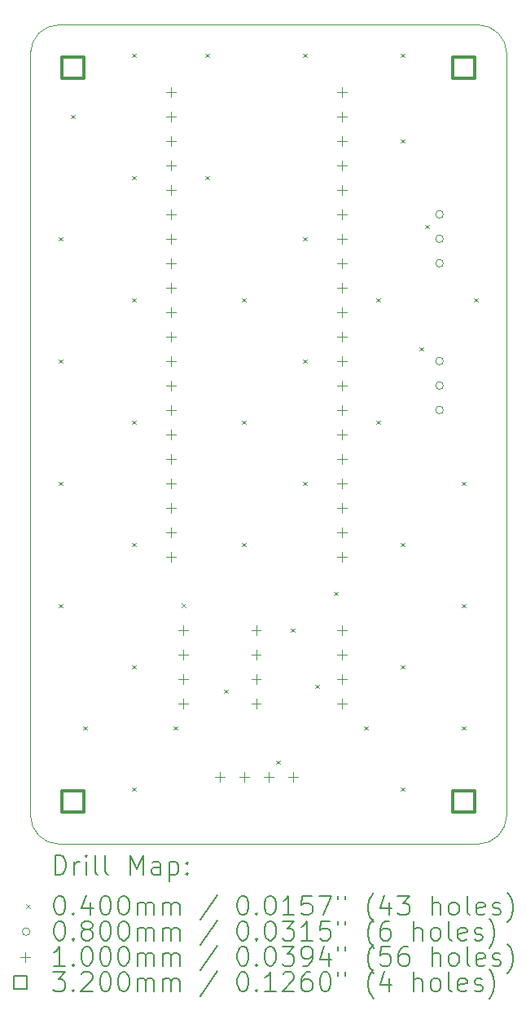
<source format=gbr>
%TF.GenerationSoftware,KiCad,Pcbnew,7.0.9*%
%TF.CreationDate,2023-12-19T03:36:11+09:00*%
%TF.ProjectId,WETHAP_PCB,57455448-4150-45f5-9043-422e6b696361,rev?*%
%TF.SameCoordinates,PX6d9c4d8PY8977a68*%
%TF.FileFunction,Drillmap*%
%TF.FilePolarity,Positive*%
%FSLAX45Y45*%
G04 Gerber Fmt 4.5, Leading zero omitted, Abs format (unit mm)*
G04 Created by KiCad (PCBNEW 7.0.9) date 2023-12-19 03:36:11*
%MOMM*%
%LPD*%
G01*
G04 APERTURE LIST*
%ADD10C,0.100000*%
%ADD11C,0.200000*%
%ADD12C,0.320000*%
G04 APERTURE END LIST*
D10*
X4953000Y8209000D02*
X4953000Y300000D01*
X0Y300000D02*
X0Y8209000D01*
X0Y300000D02*
G75*
G03*
X300000Y0I300000J0D01*
G01*
X300000Y8509000D02*
X4653000Y8509000D01*
X4653000Y0D02*
X300000Y0D01*
X4653000Y0D02*
G75*
G03*
X4953000Y300000I0J300000D01*
G01*
X4953000Y8209000D02*
G75*
G03*
X4653000Y8509000I-300000J0D01*
G01*
X300000Y8509000D02*
G75*
G03*
X0Y8209000I0J-300000D01*
G01*
D11*
D10*
X297500Y6306500D02*
X337500Y6266500D01*
X337500Y6306500D02*
X297500Y6266500D01*
X297500Y5036500D02*
X337500Y4996500D01*
X337500Y5036500D02*
X297500Y4996500D01*
X297500Y3766500D02*
X337500Y3726500D01*
X337500Y3766500D02*
X297500Y3726500D01*
X297500Y2496500D02*
X337500Y2456500D01*
X337500Y2496500D02*
X297500Y2456500D01*
X424500Y7576500D02*
X464500Y7536500D01*
X464500Y7576500D02*
X424500Y7536500D01*
X551500Y1226500D02*
X591500Y1186500D01*
X591500Y1226500D02*
X551500Y1186500D01*
X1059500Y8211500D02*
X1099500Y8171500D01*
X1099500Y8211500D02*
X1059500Y8171500D01*
X1059500Y6941500D02*
X1099500Y6901500D01*
X1099500Y6941500D02*
X1059500Y6901500D01*
X1059500Y5671500D02*
X1099500Y5631500D01*
X1099500Y5671500D02*
X1059500Y5631500D01*
X1059500Y4401500D02*
X1099500Y4361500D01*
X1099500Y4401500D02*
X1059500Y4361500D01*
X1059500Y3131500D02*
X1099500Y3091500D01*
X1099500Y3131500D02*
X1059500Y3091500D01*
X1059500Y1861500D02*
X1099500Y1821500D01*
X1099500Y1861500D02*
X1059500Y1821500D01*
X1059500Y591500D02*
X1099500Y551500D01*
X1099500Y591500D02*
X1059500Y551500D01*
X1491300Y1226500D02*
X1531300Y1186500D01*
X1531300Y1226500D02*
X1491300Y1186500D01*
X1573500Y2499500D02*
X1613500Y2459500D01*
X1613500Y2499500D02*
X1573500Y2459500D01*
X1821500Y8211500D02*
X1861500Y8171500D01*
X1861500Y8211500D02*
X1821500Y8171500D01*
X1821500Y6941500D02*
X1861500Y6901500D01*
X1861500Y6941500D02*
X1821500Y6901500D01*
X2012000Y1607500D02*
X2052000Y1567500D01*
X2052000Y1607500D02*
X2012000Y1567500D01*
X2202500Y5671500D02*
X2242500Y5631500D01*
X2242500Y5671500D02*
X2202500Y5631500D01*
X2202500Y4401500D02*
X2242500Y4361500D01*
X2242500Y4401500D02*
X2202500Y4361500D01*
X2202500Y3131500D02*
X2242500Y3091500D01*
X2242500Y3131500D02*
X2202500Y3091500D01*
X2558100Y870900D02*
X2598100Y830900D01*
X2598100Y870900D02*
X2558100Y830900D01*
X2710500Y2242500D02*
X2750500Y2202500D01*
X2750500Y2242500D02*
X2710500Y2202500D01*
X2837500Y8211500D02*
X2877500Y8171500D01*
X2877500Y8211500D02*
X2837500Y8171500D01*
X2837500Y6306500D02*
X2877500Y6266500D01*
X2877500Y6306500D02*
X2837500Y6266500D01*
X2837500Y5036500D02*
X2877500Y4996500D01*
X2877500Y5036500D02*
X2837500Y4996500D01*
X2837500Y3766500D02*
X2877500Y3726500D01*
X2877500Y3766500D02*
X2837500Y3726500D01*
X2964500Y1658300D02*
X3004500Y1618300D01*
X3004500Y1658300D02*
X2964500Y1618300D01*
X3155000Y2623500D02*
X3195000Y2583500D01*
X3195000Y2623500D02*
X3155000Y2583500D01*
X3472500Y1226500D02*
X3512500Y1186500D01*
X3512500Y1226500D02*
X3472500Y1186500D01*
X3599500Y5671500D02*
X3639500Y5631500D01*
X3639500Y5671500D02*
X3599500Y5631500D01*
X3599500Y4401500D02*
X3639500Y4361500D01*
X3639500Y4401500D02*
X3599500Y4361500D01*
X3853500Y8211500D02*
X3893500Y8171500D01*
X3893500Y8211500D02*
X3853500Y8171500D01*
X3853500Y7322500D02*
X3893500Y7282500D01*
X3893500Y7322500D02*
X3853500Y7282500D01*
X3853500Y3131500D02*
X3893500Y3091500D01*
X3893500Y3131500D02*
X3853500Y3091500D01*
X3853500Y1861500D02*
X3893500Y1821500D01*
X3893500Y1861500D02*
X3853500Y1821500D01*
X3853500Y591500D02*
X3893500Y551500D01*
X3893500Y591500D02*
X3853500Y551500D01*
X4044000Y5163500D02*
X4084000Y5123500D01*
X4084000Y5163500D02*
X4044000Y5123500D01*
X4107500Y6433500D02*
X4147500Y6393500D01*
X4147500Y6433500D02*
X4107500Y6393500D01*
X4488500Y3766500D02*
X4528500Y3726500D01*
X4528500Y3766500D02*
X4488500Y3726500D01*
X4488500Y2496500D02*
X4528500Y2456500D01*
X4528500Y2496500D02*
X4488500Y2456500D01*
X4488500Y1226500D02*
X4528500Y1186500D01*
X4528500Y1226500D02*
X4488500Y1186500D01*
X4615500Y5671500D02*
X4655500Y5631500D01*
X4655500Y5671500D02*
X4615500Y5631500D01*
X4294500Y6540500D02*
G75*
G03*
X4294500Y6540500I-40000J0D01*
G01*
X4294500Y6286500D02*
G75*
G03*
X4294500Y6286500I-40000J0D01*
G01*
X4294500Y6032500D02*
G75*
G03*
X4294500Y6032500I-40000J0D01*
G01*
X4294500Y5016500D02*
G75*
G03*
X4294500Y5016500I-40000J0D01*
G01*
X4294500Y4762500D02*
G75*
G03*
X4294500Y4762500I-40000J0D01*
G01*
X4294500Y4508500D02*
G75*
G03*
X4294500Y4508500I-40000J0D01*
G01*
X1460500Y7860500D02*
X1460500Y7760500D01*
X1410500Y7810500D02*
X1510500Y7810500D01*
X1460500Y7606500D02*
X1460500Y7506500D01*
X1410500Y7556500D02*
X1510500Y7556500D01*
X1460500Y7352500D02*
X1460500Y7252500D01*
X1410500Y7302500D02*
X1510500Y7302500D01*
X1460500Y7098500D02*
X1460500Y6998500D01*
X1410500Y7048500D02*
X1510500Y7048500D01*
X1460500Y6844500D02*
X1460500Y6744500D01*
X1410500Y6794500D02*
X1510500Y6794500D01*
X1460500Y6590500D02*
X1460500Y6490500D01*
X1410500Y6540500D02*
X1510500Y6540500D01*
X1460500Y6336500D02*
X1460500Y6236500D01*
X1410500Y6286500D02*
X1510500Y6286500D01*
X1460500Y6082500D02*
X1460500Y5982500D01*
X1410500Y6032500D02*
X1510500Y6032500D01*
X1460500Y5828500D02*
X1460500Y5728500D01*
X1410500Y5778500D02*
X1510500Y5778500D01*
X1460500Y5574500D02*
X1460500Y5474500D01*
X1410500Y5524500D02*
X1510500Y5524500D01*
X1460500Y5320500D02*
X1460500Y5220500D01*
X1410500Y5270500D02*
X1510500Y5270500D01*
X1460500Y5066500D02*
X1460500Y4966500D01*
X1410500Y5016500D02*
X1510500Y5016500D01*
X1460500Y4812500D02*
X1460500Y4712500D01*
X1410500Y4762500D02*
X1510500Y4762500D01*
X1460500Y4558500D02*
X1460500Y4458500D01*
X1410500Y4508500D02*
X1510500Y4508500D01*
X1460500Y4304500D02*
X1460500Y4204500D01*
X1410500Y4254500D02*
X1510500Y4254500D01*
X1460500Y4050500D02*
X1460500Y3950500D01*
X1410500Y4000500D02*
X1510500Y4000500D01*
X1460500Y3796500D02*
X1460500Y3696500D01*
X1410500Y3746500D02*
X1510500Y3746500D01*
X1460500Y3542500D02*
X1460500Y3442500D01*
X1410500Y3492500D02*
X1510500Y3492500D01*
X1460500Y3288500D02*
X1460500Y3188500D01*
X1410500Y3238500D02*
X1510500Y3238500D01*
X1460500Y3034500D02*
X1460500Y2934500D01*
X1410500Y2984500D02*
X1510500Y2984500D01*
X1587500Y2272500D02*
X1587500Y2172500D01*
X1537500Y2222500D02*
X1637500Y2222500D01*
X1587500Y2018500D02*
X1587500Y1918500D01*
X1537500Y1968500D02*
X1637500Y1968500D01*
X1587500Y1764500D02*
X1587500Y1664500D01*
X1537500Y1714500D02*
X1637500Y1714500D01*
X1587500Y1510500D02*
X1587500Y1410500D01*
X1537500Y1460500D02*
X1637500Y1460500D01*
X1968500Y748500D02*
X1968500Y648500D01*
X1918500Y698500D02*
X2018500Y698500D01*
X2222500Y748500D02*
X2222500Y648500D01*
X2172500Y698500D02*
X2272500Y698500D01*
X2347000Y2273500D02*
X2347000Y2173500D01*
X2297000Y2223500D02*
X2397000Y2223500D01*
X2347000Y2019500D02*
X2347000Y1919500D01*
X2297000Y1969500D02*
X2397000Y1969500D01*
X2347000Y1765500D02*
X2347000Y1665500D01*
X2297000Y1715500D02*
X2397000Y1715500D01*
X2347000Y1511500D02*
X2347000Y1411500D01*
X2297000Y1461500D02*
X2397000Y1461500D01*
X2476500Y748500D02*
X2476500Y648500D01*
X2426500Y698500D02*
X2526500Y698500D01*
X2730500Y748500D02*
X2730500Y648500D01*
X2680500Y698500D02*
X2780500Y698500D01*
X3238500Y7860500D02*
X3238500Y7760500D01*
X3188500Y7810500D02*
X3288500Y7810500D01*
X3238500Y7606500D02*
X3238500Y7506500D01*
X3188500Y7556500D02*
X3288500Y7556500D01*
X3238500Y7352500D02*
X3238500Y7252500D01*
X3188500Y7302500D02*
X3288500Y7302500D01*
X3238500Y7098500D02*
X3238500Y6998500D01*
X3188500Y7048500D02*
X3288500Y7048500D01*
X3238500Y6844500D02*
X3238500Y6744500D01*
X3188500Y6794500D02*
X3288500Y6794500D01*
X3238500Y6590500D02*
X3238500Y6490500D01*
X3188500Y6540500D02*
X3288500Y6540500D01*
X3238500Y6336500D02*
X3238500Y6236500D01*
X3188500Y6286500D02*
X3288500Y6286500D01*
X3238500Y6082500D02*
X3238500Y5982500D01*
X3188500Y6032500D02*
X3288500Y6032500D01*
X3238500Y5828500D02*
X3238500Y5728500D01*
X3188500Y5778500D02*
X3288500Y5778500D01*
X3238500Y5574500D02*
X3238500Y5474500D01*
X3188500Y5524500D02*
X3288500Y5524500D01*
X3238500Y5320500D02*
X3238500Y5220500D01*
X3188500Y5270500D02*
X3288500Y5270500D01*
X3238500Y5066500D02*
X3238500Y4966500D01*
X3188500Y5016500D02*
X3288500Y5016500D01*
X3238500Y4812500D02*
X3238500Y4712500D01*
X3188500Y4762500D02*
X3288500Y4762500D01*
X3238500Y4558500D02*
X3238500Y4458500D01*
X3188500Y4508500D02*
X3288500Y4508500D01*
X3238500Y4304500D02*
X3238500Y4204500D01*
X3188500Y4254500D02*
X3288500Y4254500D01*
X3238500Y4050500D02*
X3238500Y3950500D01*
X3188500Y4000500D02*
X3288500Y4000500D01*
X3238500Y3796500D02*
X3238500Y3696500D01*
X3188500Y3746500D02*
X3288500Y3746500D01*
X3238500Y3542500D02*
X3238500Y3442500D01*
X3188500Y3492500D02*
X3288500Y3492500D01*
X3238500Y3288500D02*
X3238500Y3188500D01*
X3188500Y3238500D02*
X3288500Y3238500D01*
X3238500Y3034500D02*
X3238500Y2934500D01*
X3188500Y2984500D02*
X3288500Y2984500D01*
X3238500Y2272500D02*
X3238500Y2172500D01*
X3188500Y2222500D02*
X3288500Y2222500D01*
X3238500Y2018500D02*
X3238500Y1918500D01*
X3188500Y1968500D02*
X3288500Y1968500D01*
X3238500Y1764500D02*
X3238500Y1664500D01*
X3188500Y1714500D02*
X3288500Y1714500D01*
X3238500Y1510500D02*
X3238500Y1410500D01*
X3188500Y1460500D02*
X3288500Y1460500D01*
D12*
X557638Y7951362D02*
X557638Y8177638D01*
X331362Y8177638D01*
X331362Y7951362D01*
X557638Y7951362D01*
X557638Y331362D02*
X557638Y557638D01*
X331362Y557638D01*
X331362Y331362D01*
X557638Y331362D01*
X4621638Y7951362D02*
X4621638Y8177638D01*
X4395362Y8177638D01*
X4395362Y7951362D01*
X4621638Y7951362D01*
X4621638Y331362D02*
X4621638Y557638D01*
X4395362Y557638D01*
X4395362Y331362D01*
X4621638Y331362D01*
D11*
X255777Y-316484D02*
X255777Y-116484D01*
X255777Y-116484D02*
X303396Y-116484D01*
X303396Y-116484D02*
X331967Y-126008D01*
X331967Y-126008D02*
X351015Y-145055D01*
X351015Y-145055D02*
X360539Y-164103D01*
X360539Y-164103D02*
X370062Y-202198D01*
X370062Y-202198D02*
X370062Y-230769D01*
X370062Y-230769D02*
X360539Y-268865D01*
X360539Y-268865D02*
X351015Y-287912D01*
X351015Y-287912D02*
X331967Y-306960D01*
X331967Y-306960D02*
X303396Y-316484D01*
X303396Y-316484D02*
X255777Y-316484D01*
X455777Y-316484D02*
X455777Y-183150D01*
X455777Y-221246D02*
X465301Y-202198D01*
X465301Y-202198D02*
X474824Y-192674D01*
X474824Y-192674D02*
X493872Y-183150D01*
X493872Y-183150D02*
X512920Y-183150D01*
X579586Y-316484D02*
X579586Y-183150D01*
X579586Y-116484D02*
X570063Y-126008D01*
X570063Y-126008D02*
X579586Y-135531D01*
X579586Y-135531D02*
X589110Y-126008D01*
X589110Y-126008D02*
X579586Y-116484D01*
X579586Y-116484D02*
X579586Y-135531D01*
X703396Y-316484D02*
X684348Y-306960D01*
X684348Y-306960D02*
X674824Y-287912D01*
X674824Y-287912D02*
X674824Y-116484D01*
X808158Y-316484D02*
X789110Y-306960D01*
X789110Y-306960D02*
X779586Y-287912D01*
X779586Y-287912D02*
X779586Y-116484D01*
X1036729Y-316484D02*
X1036729Y-116484D01*
X1036729Y-116484D02*
X1103396Y-259341D01*
X1103396Y-259341D02*
X1170063Y-116484D01*
X1170063Y-116484D02*
X1170063Y-316484D01*
X1351015Y-316484D02*
X1351015Y-211722D01*
X1351015Y-211722D02*
X1341491Y-192674D01*
X1341491Y-192674D02*
X1322444Y-183150D01*
X1322444Y-183150D02*
X1284348Y-183150D01*
X1284348Y-183150D02*
X1265301Y-192674D01*
X1351015Y-306960D02*
X1331967Y-316484D01*
X1331967Y-316484D02*
X1284348Y-316484D01*
X1284348Y-316484D02*
X1265301Y-306960D01*
X1265301Y-306960D02*
X1255777Y-287912D01*
X1255777Y-287912D02*
X1255777Y-268865D01*
X1255777Y-268865D02*
X1265301Y-249817D01*
X1265301Y-249817D02*
X1284348Y-240293D01*
X1284348Y-240293D02*
X1331967Y-240293D01*
X1331967Y-240293D02*
X1351015Y-230769D01*
X1446253Y-183150D02*
X1446253Y-383150D01*
X1446253Y-192674D02*
X1465301Y-183150D01*
X1465301Y-183150D02*
X1503396Y-183150D01*
X1503396Y-183150D02*
X1522443Y-192674D01*
X1522443Y-192674D02*
X1531967Y-202198D01*
X1531967Y-202198D02*
X1541491Y-221246D01*
X1541491Y-221246D02*
X1541491Y-278389D01*
X1541491Y-278389D02*
X1531967Y-297436D01*
X1531967Y-297436D02*
X1522443Y-306960D01*
X1522443Y-306960D02*
X1503396Y-316484D01*
X1503396Y-316484D02*
X1465301Y-316484D01*
X1465301Y-316484D02*
X1446253Y-306960D01*
X1627205Y-297436D02*
X1636729Y-306960D01*
X1636729Y-306960D02*
X1627205Y-316484D01*
X1627205Y-316484D02*
X1617682Y-306960D01*
X1617682Y-306960D02*
X1627205Y-297436D01*
X1627205Y-297436D02*
X1627205Y-316484D01*
X1627205Y-192674D02*
X1636729Y-202198D01*
X1636729Y-202198D02*
X1627205Y-211722D01*
X1627205Y-211722D02*
X1617682Y-202198D01*
X1617682Y-202198D02*
X1627205Y-192674D01*
X1627205Y-192674D02*
X1627205Y-211722D01*
D10*
X-45000Y-625000D02*
X-5000Y-665000D01*
X-5000Y-625000D02*
X-45000Y-665000D01*
D11*
X293872Y-536484D02*
X312920Y-536484D01*
X312920Y-536484D02*
X331967Y-546008D01*
X331967Y-546008D02*
X341491Y-555531D01*
X341491Y-555531D02*
X351015Y-574579D01*
X351015Y-574579D02*
X360539Y-612674D01*
X360539Y-612674D02*
X360539Y-660293D01*
X360539Y-660293D02*
X351015Y-698389D01*
X351015Y-698389D02*
X341491Y-717436D01*
X341491Y-717436D02*
X331967Y-726960D01*
X331967Y-726960D02*
X312920Y-736484D01*
X312920Y-736484D02*
X293872Y-736484D01*
X293872Y-736484D02*
X274824Y-726960D01*
X274824Y-726960D02*
X265301Y-717436D01*
X265301Y-717436D02*
X255777Y-698389D01*
X255777Y-698389D02*
X246253Y-660293D01*
X246253Y-660293D02*
X246253Y-612674D01*
X246253Y-612674D02*
X255777Y-574579D01*
X255777Y-574579D02*
X265301Y-555531D01*
X265301Y-555531D02*
X274824Y-546008D01*
X274824Y-546008D02*
X293872Y-536484D01*
X446253Y-717436D02*
X455777Y-726960D01*
X455777Y-726960D02*
X446253Y-736484D01*
X446253Y-736484D02*
X436729Y-726960D01*
X436729Y-726960D02*
X446253Y-717436D01*
X446253Y-717436D02*
X446253Y-736484D01*
X627205Y-603150D02*
X627205Y-736484D01*
X579586Y-526960D02*
X531967Y-669817D01*
X531967Y-669817D02*
X655777Y-669817D01*
X770062Y-536484D02*
X789110Y-536484D01*
X789110Y-536484D02*
X808158Y-546008D01*
X808158Y-546008D02*
X817682Y-555531D01*
X817682Y-555531D02*
X827205Y-574579D01*
X827205Y-574579D02*
X836729Y-612674D01*
X836729Y-612674D02*
X836729Y-660293D01*
X836729Y-660293D02*
X827205Y-698389D01*
X827205Y-698389D02*
X817682Y-717436D01*
X817682Y-717436D02*
X808158Y-726960D01*
X808158Y-726960D02*
X789110Y-736484D01*
X789110Y-736484D02*
X770062Y-736484D01*
X770062Y-736484D02*
X751015Y-726960D01*
X751015Y-726960D02*
X741491Y-717436D01*
X741491Y-717436D02*
X731967Y-698389D01*
X731967Y-698389D02*
X722443Y-660293D01*
X722443Y-660293D02*
X722443Y-612674D01*
X722443Y-612674D02*
X731967Y-574579D01*
X731967Y-574579D02*
X741491Y-555531D01*
X741491Y-555531D02*
X751015Y-546008D01*
X751015Y-546008D02*
X770062Y-536484D01*
X960539Y-536484D02*
X979586Y-536484D01*
X979586Y-536484D02*
X998634Y-546008D01*
X998634Y-546008D02*
X1008158Y-555531D01*
X1008158Y-555531D02*
X1017682Y-574579D01*
X1017682Y-574579D02*
X1027205Y-612674D01*
X1027205Y-612674D02*
X1027205Y-660293D01*
X1027205Y-660293D02*
X1017682Y-698389D01*
X1017682Y-698389D02*
X1008158Y-717436D01*
X1008158Y-717436D02*
X998634Y-726960D01*
X998634Y-726960D02*
X979586Y-736484D01*
X979586Y-736484D02*
X960539Y-736484D01*
X960539Y-736484D02*
X941491Y-726960D01*
X941491Y-726960D02*
X931967Y-717436D01*
X931967Y-717436D02*
X922443Y-698389D01*
X922443Y-698389D02*
X912920Y-660293D01*
X912920Y-660293D02*
X912920Y-612674D01*
X912920Y-612674D02*
X922443Y-574579D01*
X922443Y-574579D02*
X931967Y-555531D01*
X931967Y-555531D02*
X941491Y-546008D01*
X941491Y-546008D02*
X960539Y-536484D01*
X1112920Y-736484D02*
X1112920Y-603150D01*
X1112920Y-622198D02*
X1122444Y-612674D01*
X1122444Y-612674D02*
X1141491Y-603150D01*
X1141491Y-603150D02*
X1170063Y-603150D01*
X1170063Y-603150D02*
X1189110Y-612674D01*
X1189110Y-612674D02*
X1198634Y-631722D01*
X1198634Y-631722D02*
X1198634Y-736484D01*
X1198634Y-631722D02*
X1208158Y-612674D01*
X1208158Y-612674D02*
X1227205Y-603150D01*
X1227205Y-603150D02*
X1255777Y-603150D01*
X1255777Y-603150D02*
X1274825Y-612674D01*
X1274825Y-612674D02*
X1284348Y-631722D01*
X1284348Y-631722D02*
X1284348Y-736484D01*
X1379586Y-736484D02*
X1379586Y-603150D01*
X1379586Y-622198D02*
X1389110Y-612674D01*
X1389110Y-612674D02*
X1408158Y-603150D01*
X1408158Y-603150D02*
X1436729Y-603150D01*
X1436729Y-603150D02*
X1455777Y-612674D01*
X1455777Y-612674D02*
X1465301Y-631722D01*
X1465301Y-631722D02*
X1465301Y-736484D01*
X1465301Y-631722D02*
X1474824Y-612674D01*
X1474824Y-612674D02*
X1493872Y-603150D01*
X1493872Y-603150D02*
X1522443Y-603150D01*
X1522443Y-603150D02*
X1541491Y-612674D01*
X1541491Y-612674D02*
X1551015Y-631722D01*
X1551015Y-631722D02*
X1551015Y-736484D01*
X1941491Y-526960D02*
X1770063Y-784103D01*
X2198634Y-536484D02*
X2217682Y-536484D01*
X2217682Y-536484D02*
X2236729Y-546008D01*
X2236729Y-546008D02*
X2246253Y-555531D01*
X2246253Y-555531D02*
X2255777Y-574579D01*
X2255777Y-574579D02*
X2265301Y-612674D01*
X2265301Y-612674D02*
X2265301Y-660293D01*
X2265301Y-660293D02*
X2255777Y-698389D01*
X2255777Y-698389D02*
X2246253Y-717436D01*
X2246253Y-717436D02*
X2236729Y-726960D01*
X2236729Y-726960D02*
X2217682Y-736484D01*
X2217682Y-736484D02*
X2198634Y-736484D01*
X2198634Y-736484D02*
X2179587Y-726960D01*
X2179587Y-726960D02*
X2170063Y-717436D01*
X2170063Y-717436D02*
X2160539Y-698389D01*
X2160539Y-698389D02*
X2151015Y-660293D01*
X2151015Y-660293D02*
X2151015Y-612674D01*
X2151015Y-612674D02*
X2160539Y-574579D01*
X2160539Y-574579D02*
X2170063Y-555531D01*
X2170063Y-555531D02*
X2179587Y-546008D01*
X2179587Y-546008D02*
X2198634Y-536484D01*
X2351015Y-717436D02*
X2360539Y-726960D01*
X2360539Y-726960D02*
X2351015Y-736484D01*
X2351015Y-736484D02*
X2341491Y-726960D01*
X2341491Y-726960D02*
X2351015Y-717436D01*
X2351015Y-717436D02*
X2351015Y-736484D01*
X2484348Y-536484D02*
X2503396Y-536484D01*
X2503396Y-536484D02*
X2522444Y-546008D01*
X2522444Y-546008D02*
X2531968Y-555531D01*
X2531968Y-555531D02*
X2541491Y-574579D01*
X2541491Y-574579D02*
X2551015Y-612674D01*
X2551015Y-612674D02*
X2551015Y-660293D01*
X2551015Y-660293D02*
X2541491Y-698389D01*
X2541491Y-698389D02*
X2531968Y-717436D01*
X2531968Y-717436D02*
X2522444Y-726960D01*
X2522444Y-726960D02*
X2503396Y-736484D01*
X2503396Y-736484D02*
X2484348Y-736484D01*
X2484348Y-736484D02*
X2465301Y-726960D01*
X2465301Y-726960D02*
X2455777Y-717436D01*
X2455777Y-717436D02*
X2446253Y-698389D01*
X2446253Y-698389D02*
X2436729Y-660293D01*
X2436729Y-660293D02*
X2436729Y-612674D01*
X2436729Y-612674D02*
X2446253Y-574579D01*
X2446253Y-574579D02*
X2455777Y-555531D01*
X2455777Y-555531D02*
X2465301Y-546008D01*
X2465301Y-546008D02*
X2484348Y-536484D01*
X2741491Y-736484D02*
X2627206Y-736484D01*
X2684348Y-736484D02*
X2684348Y-536484D01*
X2684348Y-536484D02*
X2665301Y-565055D01*
X2665301Y-565055D02*
X2646253Y-584103D01*
X2646253Y-584103D02*
X2627206Y-593627D01*
X2922444Y-536484D02*
X2827206Y-536484D01*
X2827206Y-536484D02*
X2817682Y-631722D01*
X2817682Y-631722D02*
X2827206Y-622198D01*
X2827206Y-622198D02*
X2846253Y-612674D01*
X2846253Y-612674D02*
X2893872Y-612674D01*
X2893872Y-612674D02*
X2912920Y-622198D01*
X2912920Y-622198D02*
X2922444Y-631722D01*
X2922444Y-631722D02*
X2931967Y-650770D01*
X2931967Y-650770D02*
X2931967Y-698389D01*
X2931967Y-698389D02*
X2922444Y-717436D01*
X2922444Y-717436D02*
X2912920Y-726960D01*
X2912920Y-726960D02*
X2893872Y-736484D01*
X2893872Y-736484D02*
X2846253Y-736484D01*
X2846253Y-736484D02*
X2827206Y-726960D01*
X2827206Y-726960D02*
X2817682Y-717436D01*
X2998634Y-536484D02*
X3131967Y-536484D01*
X3131967Y-536484D02*
X3046253Y-736484D01*
X3198634Y-536484D02*
X3198634Y-574579D01*
X3274825Y-536484D02*
X3274825Y-574579D01*
X3570063Y-812674D02*
X3560539Y-803150D01*
X3560539Y-803150D02*
X3541491Y-774579D01*
X3541491Y-774579D02*
X3531968Y-755531D01*
X3531968Y-755531D02*
X3522444Y-726960D01*
X3522444Y-726960D02*
X3512920Y-679341D01*
X3512920Y-679341D02*
X3512920Y-641246D01*
X3512920Y-641246D02*
X3522444Y-593627D01*
X3522444Y-593627D02*
X3531968Y-565055D01*
X3531968Y-565055D02*
X3541491Y-546008D01*
X3541491Y-546008D02*
X3560539Y-517436D01*
X3560539Y-517436D02*
X3570063Y-507912D01*
X3731968Y-603150D02*
X3731968Y-736484D01*
X3684348Y-526960D02*
X3636729Y-669817D01*
X3636729Y-669817D02*
X3760539Y-669817D01*
X3817682Y-536484D02*
X3941491Y-536484D01*
X3941491Y-536484D02*
X3874825Y-612674D01*
X3874825Y-612674D02*
X3903396Y-612674D01*
X3903396Y-612674D02*
X3922444Y-622198D01*
X3922444Y-622198D02*
X3931968Y-631722D01*
X3931968Y-631722D02*
X3941491Y-650770D01*
X3941491Y-650770D02*
X3941491Y-698389D01*
X3941491Y-698389D02*
X3931968Y-717436D01*
X3931968Y-717436D02*
X3922444Y-726960D01*
X3922444Y-726960D02*
X3903396Y-736484D01*
X3903396Y-736484D02*
X3846253Y-736484D01*
X3846253Y-736484D02*
X3827206Y-726960D01*
X3827206Y-726960D02*
X3817682Y-717436D01*
X4179587Y-736484D02*
X4179587Y-536484D01*
X4265301Y-736484D02*
X4265301Y-631722D01*
X4265301Y-631722D02*
X4255777Y-612674D01*
X4255777Y-612674D02*
X4236730Y-603150D01*
X4236730Y-603150D02*
X4208158Y-603150D01*
X4208158Y-603150D02*
X4189110Y-612674D01*
X4189110Y-612674D02*
X4179587Y-622198D01*
X4389111Y-736484D02*
X4370063Y-726960D01*
X4370063Y-726960D02*
X4360539Y-717436D01*
X4360539Y-717436D02*
X4351015Y-698389D01*
X4351015Y-698389D02*
X4351015Y-641246D01*
X4351015Y-641246D02*
X4360539Y-622198D01*
X4360539Y-622198D02*
X4370063Y-612674D01*
X4370063Y-612674D02*
X4389111Y-603150D01*
X4389111Y-603150D02*
X4417682Y-603150D01*
X4417682Y-603150D02*
X4436730Y-612674D01*
X4436730Y-612674D02*
X4446253Y-622198D01*
X4446253Y-622198D02*
X4455777Y-641246D01*
X4455777Y-641246D02*
X4455777Y-698389D01*
X4455777Y-698389D02*
X4446253Y-717436D01*
X4446253Y-717436D02*
X4436730Y-726960D01*
X4436730Y-726960D02*
X4417682Y-736484D01*
X4417682Y-736484D02*
X4389111Y-736484D01*
X4570063Y-736484D02*
X4551015Y-726960D01*
X4551015Y-726960D02*
X4541492Y-707912D01*
X4541492Y-707912D02*
X4541492Y-536484D01*
X4722444Y-726960D02*
X4703396Y-736484D01*
X4703396Y-736484D02*
X4665301Y-736484D01*
X4665301Y-736484D02*
X4646253Y-726960D01*
X4646253Y-726960D02*
X4636730Y-707912D01*
X4636730Y-707912D02*
X4636730Y-631722D01*
X4636730Y-631722D02*
X4646253Y-612674D01*
X4646253Y-612674D02*
X4665301Y-603150D01*
X4665301Y-603150D02*
X4703396Y-603150D01*
X4703396Y-603150D02*
X4722444Y-612674D01*
X4722444Y-612674D02*
X4731968Y-631722D01*
X4731968Y-631722D02*
X4731968Y-650770D01*
X4731968Y-650770D02*
X4636730Y-669817D01*
X4808158Y-726960D02*
X4827206Y-736484D01*
X4827206Y-736484D02*
X4865301Y-736484D01*
X4865301Y-736484D02*
X4884349Y-726960D01*
X4884349Y-726960D02*
X4893873Y-707912D01*
X4893873Y-707912D02*
X4893873Y-698389D01*
X4893873Y-698389D02*
X4884349Y-679341D01*
X4884349Y-679341D02*
X4865301Y-669817D01*
X4865301Y-669817D02*
X4836730Y-669817D01*
X4836730Y-669817D02*
X4817682Y-660293D01*
X4817682Y-660293D02*
X4808158Y-641246D01*
X4808158Y-641246D02*
X4808158Y-631722D01*
X4808158Y-631722D02*
X4817682Y-612674D01*
X4817682Y-612674D02*
X4836730Y-603150D01*
X4836730Y-603150D02*
X4865301Y-603150D01*
X4865301Y-603150D02*
X4884349Y-612674D01*
X4960539Y-812674D02*
X4970063Y-803150D01*
X4970063Y-803150D02*
X4989111Y-774579D01*
X4989111Y-774579D02*
X4998634Y-755531D01*
X4998634Y-755531D02*
X5008158Y-726960D01*
X5008158Y-726960D02*
X5017682Y-679341D01*
X5017682Y-679341D02*
X5017682Y-641246D01*
X5017682Y-641246D02*
X5008158Y-593627D01*
X5008158Y-593627D02*
X4998634Y-565055D01*
X4998634Y-565055D02*
X4989111Y-546008D01*
X4989111Y-546008D02*
X4970063Y-517436D01*
X4970063Y-517436D02*
X4960539Y-507912D01*
D10*
X-5000Y-909000D02*
G75*
G03*
X-5000Y-909000I-40000J0D01*
G01*
D11*
X293872Y-800484D02*
X312920Y-800484D01*
X312920Y-800484D02*
X331967Y-810008D01*
X331967Y-810008D02*
X341491Y-819531D01*
X341491Y-819531D02*
X351015Y-838579D01*
X351015Y-838579D02*
X360539Y-876674D01*
X360539Y-876674D02*
X360539Y-924293D01*
X360539Y-924293D02*
X351015Y-962388D01*
X351015Y-962388D02*
X341491Y-981436D01*
X341491Y-981436D02*
X331967Y-990960D01*
X331967Y-990960D02*
X312920Y-1000484D01*
X312920Y-1000484D02*
X293872Y-1000484D01*
X293872Y-1000484D02*
X274824Y-990960D01*
X274824Y-990960D02*
X265301Y-981436D01*
X265301Y-981436D02*
X255777Y-962388D01*
X255777Y-962388D02*
X246253Y-924293D01*
X246253Y-924293D02*
X246253Y-876674D01*
X246253Y-876674D02*
X255777Y-838579D01*
X255777Y-838579D02*
X265301Y-819531D01*
X265301Y-819531D02*
X274824Y-810008D01*
X274824Y-810008D02*
X293872Y-800484D01*
X446253Y-981436D02*
X455777Y-990960D01*
X455777Y-990960D02*
X446253Y-1000484D01*
X446253Y-1000484D02*
X436729Y-990960D01*
X436729Y-990960D02*
X446253Y-981436D01*
X446253Y-981436D02*
X446253Y-1000484D01*
X570063Y-886198D02*
X551015Y-876674D01*
X551015Y-876674D02*
X541491Y-867150D01*
X541491Y-867150D02*
X531967Y-848103D01*
X531967Y-848103D02*
X531967Y-838579D01*
X531967Y-838579D02*
X541491Y-819531D01*
X541491Y-819531D02*
X551015Y-810008D01*
X551015Y-810008D02*
X570063Y-800484D01*
X570063Y-800484D02*
X608158Y-800484D01*
X608158Y-800484D02*
X627205Y-810008D01*
X627205Y-810008D02*
X636729Y-819531D01*
X636729Y-819531D02*
X646253Y-838579D01*
X646253Y-838579D02*
X646253Y-848103D01*
X646253Y-848103D02*
X636729Y-867150D01*
X636729Y-867150D02*
X627205Y-876674D01*
X627205Y-876674D02*
X608158Y-886198D01*
X608158Y-886198D02*
X570063Y-886198D01*
X570063Y-886198D02*
X551015Y-895722D01*
X551015Y-895722D02*
X541491Y-905246D01*
X541491Y-905246D02*
X531967Y-924293D01*
X531967Y-924293D02*
X531967Y-962388D01*
X531967Y-962388D02*
X541491Y-981436D01*
X541491Y-981436D02*
X551015Y-990960D01*
X551015Y-990960D02*
X570063Y-1000484D01*
X570063Y-1000484D02*
X608158Y-1000484D01*
X608158Y-1000484D02*
X627205Y-990960D01*
X627205Y-990960D02*
X636729Y-981436D01*
X636729Y-981436D02*
X646253Y-962388D01*
X646253Y-962388D02*
X646253Y-924293D01*
X646253Y-924293D02*
X636729Y-905246D01*
X636729Y-905246D02*
X627205Y-895722D01*
X627205Y-895722D02*
X608158Y-886198D01*
X770062Y-800484D02*
X789110Y-800484D01*
X789110Y-800484D02*
X808158Y-810008D01*
X808158Y-810008D02*
X817682Y-819531D01*
X817682Y-819531D02*
X827205Y-838579D01*
X827205Y-838579D02*
X836729Y-876674D01*
X836729Y-876674D02*
X836729Y-924293D01*
X836729Y-924293D02*
X827205Y-962388D01*
X827205Y-962388D02*
X817682Y-981436D01*
X817682Y-981436D02*
X808158Y-990960D01*
X808158Y-990960D02*
X789110Y-1000484D01*
X789110Y-1000484D02*
X770062Y-1000484D01*
X770062Y-1000484D02*
X751015Y-990960D01*
X751015Y-990960D02*
X741491Y-981436D01*
X741491Y-981436D02*
X731967Y-962388D01*
X731967Y-962388D02*
X722443Y-924293D01*
X722443Y-924293D02*
X722443Y-876674D01*
X722443Y-876674D02*
X731967Y-838579D01*
X731967Y-838579D02*
X741491Y-819531D01*
X741491Y-819531D02*
X751015Y-810008D01*
X751015Y-810008D02*
X770062Y-800484D01*
X960539Y-800484D02*
X979586Y-800484D01*
X979586Y-800484D02*
X998634Y-810008D01*
X998634Y-810008D02*
X1008158Y-819531D01*
X1008158Y-819531D02*
X1017682Y-838579D01*
X1017682Y-838579D02*
X1027205Y-876674D01*
X1027205Y-876674D02*
X1027205Y-924293D01*
X1027205Y-924293D02*
X1017682Y-962388D01*
X1017682Y-962388D02*
X1008158Y-981436D01*
X1008158Y-981436D02*
X998634Y-990960D01*
X998634Y-990960D02*
X979586Y-1000484D01*
X979586Y-1000484D02*
X960539Y-1000484D01*
X960539Y-1000484D02*
X941491Y-990960D01*
X941491Y-990960D02*
X931967Y-981436D01*
X931967Y-981436D02*
X922443Y-962388D01*
X922443Y-962388D02*
X912920Y-924293D01*
X912920Y-924293D02*
X912920Y-876674D01*
X912920Y-876674D02*
X922443Y-838579D01*
X922443Y-838579D02*
X931967Y-819531D01*
X931967Y-819531D02*
X941491Y-810008D01*
X941491Y-810008D02*
X960539Y-800484D01*
X1112920Y-1000484D02*
X1112920Y-867150D01*
X1112920Y-886198D02*
X1122444Y-876674D01*
X1122444Y-876674D02*
X1141491Y-867150D01*
X1141491Y-867150D02*
X1170063Y-867150D01*
X1170063Y-867150D02*
X1189110Y-876674D01*
X1189110Y-876674D02*
X1198634Y-895722D01*
X1198634Y-895722D02*
X1198634Y-1000484D01*
X1198634Y-895722D02*
X1208158Y-876674D01*
X1208158Y-876674D02*
X1227205Y-867150D01*
X1227205Y-867150D02*
X1255777Y-867150D01*
X1255777Y-867150D02*
X1274825Y-876674D01*
X1274825Y-876674D02*
X1284348Y-895722D01*
X1284348Y-895722D02*
X1284348Y-1000484D01*
X1379586Y-1000484D02*
X1379586Y-867150D01*
X1379586Y-886198D02*
X1389110Y-876674D01*
X1389110Y-876674D02*
X1408158Y-867150D01*
X1408158Y-867150D02*
X1436729Y-867150D01*
X1436729Y-867150D02*
X1455777Y-876674D01*
X1455777Y-876674D02*
X1465301Y-895722D01*
X1465301Y-895722D02*
X1465301Y-1000484D01*
X1465301Y-895722D02*
X1474824Y-876674D01*
X1474824Y-876674D02*
X1493872Y-867150D01*
X1493872Y-867150D02*
X1522443Y-867150D01*
X1522443Y-867150D02*
X1541491Y-876674D01*
X1541491Y-876674D02*
X1551015Y-895722D01*
X1551015Y-895722D02*
X1551015Y-1000484D01*
X1941491Y-790960D02*
X1770063Y-1048103D01*
X2198634Y-800484D02*
X2217682Y-800484D01*
X2217682Y-800484D02*
X2236729Y-810008D01*
X2236729Y-810008D02*
X2246253Y-819531D01*
X2246253Y-819531D02*
X2255777Y-838579D01*
X2255777Y-838579D02*
X2265301Y-876674D01*
X2265301Y-876674D02*
X2265301Y-924293D01*
X2265301Y-924293D02*
X2255777Y-962388D01*
X2255777Y-962388D02*
X2246253Y-981436D01*
X2246253Y-981436D02*
X2236729Y-990960D01*
X2236729Y-990960D02*
X2217682Y-1000484D01*
X2217682Y-1000484D02*
X2198634Y-1000484D01*
X2198634Y-1000484D02*
X2179587Y-990960D01*
X2179587Y-990960D02*
X2170063Y-981436D01*
X2170063Y-981436D02*
X2160539Y-962388D01*
X2160539Y-962388D02*
X2151015Y-924293D01*
X2151015Y-924293D02*
X2151015Y-876674D01*
X2151015Y-876674D02*
X2160539Y-838579D01*
X2160539Y-838579D02*
X2170063Y-819531D01*
X2170063Y-819531D02*
X2179587Y-810008D01*
X2179587Y-810008D02*
X2198634Y-800484D01*
X2351015Y-981436D02*
X2360539Y-990960D01*
X2360539Y-990960D02*
X2351015Y-1000484D01*
X2351015Y-1000484D02*
X2341491Y-990960D01*
X2341491Y-990960D02*
X2351015Y-981436D01*
X2351015Y-981436D02*
X2351015Y-1000484D01*
X2484348Y-800484D02*
X2503396Y-800484D01*
X2503396Y-800484D02*
X2522444Y-810008D01*
X2522444Y-810008D02*
X2531968Y-819531D01*
X2531968Y-819531D02*
X2541491Y-838579D01*
X2541491Y-838579D02*
X2551015Y-876674D01*
X2551015Y-876674D02*
X2551015Y-924293D01*
X2551015Y-924293D02*
X2541491Y-962388D01*
X2541491Y-962388D02*
X2531968Y-981436D01*
X2531968Y-981436D02*
X2522444Y-990960D01*
X2522444Y-990960D02*
X2503396Y-1000484D01*
X2503396Y-1000484D02*
X2484348Y-1000484D01*
X2484348Y-1000484D02*
X2465301Y-990960D01*
X2465301Y-990960D02*
X2455777Y-981436D01*
X2455777Y-981436D02*
X2446253Y-962388D01*
X2446253Y-962388D02*
X2436729Y-924293D01*
X2436729Y-924293D02*
X2436729Y-876674D01*
X2436729Y-876674D02*
X2446253Y-838579D01*
X2446253Y-838579D02*
X2455777Y-819531D01*
X2455777Y-819531D02*
X2465301Y-810008D01*
X2465301Y-810008D02*
X2484348Y-800484D01*
X2617682Y-800484D02*
X2741491Y-800484D01*
X2741491Y-800484D02*
X2674825Y-876674D01*
X2674825Y-876674D02*
X2703396Y-876674D01*
X2703396Y-876674D02*
X2722444Y-886198D01*
X2722444Y-886198D02*
X2731968Y-895722D01*
X2731968Y-895722D02*
X2741491Y-914769D01*
X2741491Y-914769D02*
X2741491Y-962388D01*
X2741491Y-962388D02*
X2731968Y-981436D01*
X2731968Y-981436D02*
X2722444Y-990960D01*
X2722444Y-990960D02*
X2703396Y-1000484D01*
X2703396Y-1000484D02*
X2646253Y-1000484D01*
X2646253Y-1000484D02*
X2627206Y-990960D01*
X2627206Y-990960D02*
X2617682Y-981436D01*
X2931967Y-1000484D02*
X2817682Y-1000484D01*
X2874825Y-1000484D02*
X2874825Y-800484D01*
X2874825Y-800484D02*
X2855777Y-829055D01*
X2855777Y-829055D02*
X2836729Y-848103D01*
X2836729Y-848103D02*
X2817682Y-857627D01*
X3112920Y-800484D02*
X3017682Y-800484D01*
X3017682Y-800484D02*
X3008158Y-895722D01*
X3008158Y-895722D02*
X3017682Y-886198D01*
X3017682Y-886198D02*
X3036729Y-876674D01*
X3036729Y-876674D02*
X3084348Y-876674D01*
X3084348Y-876674D02*
X3103396Y-886198D01*
X3103396Y-886198D02*
X3112920Y-895722D01*
X3112920Y-895722D02*
X3122444Y-914769D01*
X3122444Y-914769D02*
X3122444Y-962388D01*
X3122444Y-962388D02*
X3112920Y-981436D01*
X3112920Y-981436D02*
X3103396Y-990960D01*
X3103396Y-990960D02*
X3084348Y-1000484D01*
X3084348Y-1000484D02*
X3036729Y-1000484D01*
X3036729Y-1000484D02*
X3017682Y-990960D01*
X3017682Y-990960D02*
X3008158Y-981436D01*
X3198634Y-800484D02*
X3198634Y-838579D01*
X3274825Y-800484D02*
X3274825Y-838579D01*
X3570063Y-1076674D02*
X3560539Y-1067150D01*
X3560539Y-1067150D02*
X3541491Y-1038579D01*
X3541491Y-1038579D02*
X3531968Y-1019531D01*
X3531968Y-1019531D02*
X3522444Y-990960D01*
X3522444Y-990960D02*
X3512920Y-943341D01*
X3512920Y-943341D02*
X3512920Y-905246D01*
X3512920Y-905246D02*
X3522444Y-857627D01*
X3522444Y-857627D02*
X3531968Y-829055D01*
X3531968Y-829055D02*
X3541491Y-810008D01*
X3541491Y-810008D02*
X3560539Y-781436D01*
X3560539Y-781436D02*
X3570063Y-771912D01*
X3731968Y-800484D02*
X3693872Y-800484D01*
X3693872Y-800484D02*
X3674825Y-810008D01*
X3674825Y-810008D02*
X3665301Y-819531D01*
X3665301Y-819531D02*
X3646253Y-848103D01*
X3646253Y-848103D02*
X3636729Y-886198D01*
X3636729Y-886198D02*
X3636729Y-962388D01*
X3636729Y-962388D02*
X3646253Y-981436D01*
X3646253Y-981436D02*
X3655777Y-990960D01*
X3655777Y-990960D02*
X3674825Y-1000484D01*
X3674825Y-1000484D02*
X3712920Y-1000484D01*
X3712920Y-1000484D02*
X3731968Y-990960D01*
X3731968Y-990960D02*
X3741491Y-981436D01*
X3741491Y-981436D02*
X3751015Y-962388D01*
X3751015Y-962388D02*
X3751015Y-914769D01*
X3751015Y-914769D02*
X3741491Y-895722D01*
X3741491Y-895722D02*
X3731968Y-886198D01*
X3731968Y-886198D02*
X3712920Y-876674D01*
X3712920Y-876674D02*
X3674825Y-876674D01*
X3674825Y-876674D02*
X3655777Y-886198D01*
X3655777Y-886198D02*
X3646253Y-895722D01*
X3646253Y-895722D02*
X3636729Y-914769D01*
X3989110Y-1000484D02*
X3989110Y-800484D01*
X4074825Y-1000484D02*
X4074825Y-895722D01*
X4074825Y-895722D02*
X4065301Y-876674D01*
X4065301Y-876674D02*
X4046253Y-867150D01*
X4046253Y-867150D02*
X4017682Y-867150D01*
X4017682Y-867150D02*
X3998634Y-876674D01*
X3998634Y-876674D02*
X3989110Y-886198D01*
X4198634Y-1000484D02*
X4179587Y-990960D01*
X4179587Y-990960D02*
X4170063Y-981436D01*
X4170063Y-981436D02*
X4160539Y-962388D01*
X4160539Y-962388D02*
X4160539Y-905246D01*
X4160539Y-905246D02*
X4170063Y-886198D01*
X4170063Y-886198D02*
X4179587Y-876674D01*
X4179587Y-876674D02*
X4198634Y-867150D01*
X4198634Y-867150D02*
X4227206Y-867150D01*
X4227206Y-867150D02*
X4246253Y-876674D01*
X4246253Y-876674D02*
X4255777Y-886198D01*
X4255777Y-886198D02*
X4265301Y-905246D01*
X4265301Y-905246D02*
X4265301Y-962388D01*
X4265301Y-962388D02*
X4255777Y-981436D01*
X4255777Y-981436D02*
X4246253Y-990960D01*
X4246253Y-990960D02*
X4227206Y-1000484D01*
X4227206Y-1000484D02*
X4198634Y-1000484D01*
X4379587Y-1000484D02*
X4360539Y-990960D01*
X4360539Y-990960D02*
X4351015Y-971912D01*
X4351015Y-971912D02*
X4351015Y-800484D01*
X4531968Y-990960D02*
X4512920Y-1000484D01*
X4512920Y-1000484D02*
X4474825Y-1000484D01*
X4474825Y-1000484D02*
X4455777Y-990960D01*
X4455777Y-990960D02*
X4446253Y-971912D01*
X4446253Y-971912D02*
X4446253Y-895722D01*
X4446253Y-895722D02*
X4455777Y-876674D01*
X4455777Y-876674D02*
X4474825Y-867150D01*
X4474825Y-867150D02*
X4512920Y-867150D01*
X4512920Y-867150D02*
X4531968Y-876674D01*
X4531968Y-876674D02*
X4541492Y-895722D01*
X4541492Y-895722D02*
X4541492Y-914769D01*
X4541492Y-914769D02*
X4446253Y-933817D01*
X4617682Y-990960D02*
X4636730Y-1000484D01*
X4636730Y-1000484D02*
X4674825Y-1000484D01*
X4674825Y-1000484D02*
X4693873Y-990960D01*
X4693873Y-990960D02*
X4703396Y-971912D01*
X4703396Y-971912D02*
X4703396Y-962388D01*
X4703396Y-962388D02*
X4693873Y-943341D01*
X4693873Y-943341D02*
X4674825Y-933817D01*
X4674825Y-933817D02*
X4646253Y-933817D01*
X4646253Y-933817D02*
X4627206Y-924293D01*
X4627206Y-924293D02*
X4617682Y-905246D01*
X4617682Y-905246D02*
X4617682Y-895722D01*
X4617682Y-895722D02*
X4627206Y-876674D01*
X4627206Y-876674D02*
X4646253Y-867150D01*
X4646253Y-867150D02*
X4674825Y-867150D01*
X4674825Y-867150D02*
X4693873Y-876674D01*
X4770063Y-1076674D02*
X4779587Y-1067150D01*
X4779587Y-1067150D02*
X4798634Y-1038579D01*
X4798634Y-1038579D02*
X4808158Y-1019531D01*
X4808158Y-1019531D02*
X4817682Y-990960D01*
X4817682Y-990960D02*
X4827206Y-943341D01*
X4827206Y-943341D02*
X4827206Y-905246D01*
X4827206Y-905246D02*
X4817682Y-857627D01*
X4817682Y-857627D02*
X4808158Y-829055D01*
X4808158Y-829055D02*
X4798634Y-810008D01*
X4798634Y-810008D02*
X4779587Y-781436D01*
X4779587Y-781436D02*
X4770063Y-771912D01*
D10*
X-55000Y-1123000D02*
X-55000Y-1223000D01*
X-105000Y-1173000D02*
X-5000Y-1173000D01*
D11*
X360539Y-1264484D02*
X246253Y-1264484D01*
X303396Y-1264484D02*
X303396Y-1064484D01*
X303396Y-1064484D02*
X284348Y-1093055D01*
X284348Y-1093055D02*
X265301Y-1112103D01*
X265301Y-1112103D02*
X246253Y-1121627D01*
X446253Y-1245436D02*
X455777Y-1254960D01*
X455777Y-1254960D02*
X446253Y-1264484D01*
X446253Y-1264484D02*
X436729Y-1254960D01*
X436729Y-1254960D02*
X446253Y-1245436D01*
X446253Y-1245436D02*
X446253Y-1264484D01*
X579586Y-1064484D02*
X598634Y-1064484D01*
X598634Y-1064484D02*
X617682Y-1074008D01*
X617682Y-1074008D02*
X627205Y-1083531D01*
X627205Y-1083531D02*
X636729Y-1102579D01*
X636729Y-1102579D02*
X646253Y-1140674D01*
X646253Y-1140674D02*
X646253Y-1188293D01*
X646253Y-1188293D02*
X636729Y-1226389D01*
X636729Y-1226389D02*
X627205Y-1245436D01*
X627205Y-1245436D02*
X617682Y-1254960D01*
X617682Y-1254960D02*
X598634Y-1264484D01*
X598634Y-1264484D02*
X579586Y-1264484D01*
X579586Y-1264484D02*
X560539Y-1254960D01*
X560539Y-1254960D02*
X551015Y-1245436D01*
X551015Y-1245436D02*
X541491Y-1226389D01*
X541491Y-1226389D02*
X531967Y-1188293D01*
X531967Y-1188293D02*
X531967Y-1140674D01*
X531967Y-1140674D02*
X541491Y-1102579D01*
X541491Y-1102579D02*
X551015Y-1083531D01*
X551015Y-1083531D02*
X560539Y-1074008D01*
X560539Y-1074008D02*
X579586Y-1064484D01*
X770062Y-1064484D02*
X789110Y-1064484D01*
X789110Y-1064484D02*
X808158Y-1074008D01*
X808158Y-1074008D02*
X817682Y-1083531D01*
X817682Y-1083531D02*
X827205Y-1102579D01*
X827205Y-1102579D02*
X836729Y-1140674D01*
X836729Y-1140674D02*
X836729Y-1188293D01*
X836729Y-1188293D02*
X827205Y-1226389D01*
X827205Y-1226389D02*
X817682Y-1245436D01*
X817682Y-1245436D02*
X808158Y-1254960D01*
X808158Y-1254960D02*
X789110Y-1264484D01*
X789110Y-1264484D02*
X770062Y-1264484D01*
X770062Y-1264484D02*
X751015Y-1254960D01*
X751015Y-1254960D02*
X741491Y-1245436D01*
X741491Y-1245436D02*
X731967Y-1226389D01*
X731967Y-1226389D02*
X722443Y-1188293D01*
X722443Y-1188293D02*
X722443Y-1140674D01*
X722443Y-1140674D02*
X731967Y-1102579D01*
X731967Y-1102579D02*
X741491Y-1083531D01*
X741491Y-1083531D02*
X751015Y-1074008D01*
X751015Y-1074008D02*
X770062Y-1064484D01*
X960539Y-1064484D02*
X979586Y-1064484D01*
X979586Y-1064484D02*
X998634Y-1074008D01*
X998634Y-1074008D02*
X1008158Y-1083531D01*
X1008158Y-1083531D02*
X1017682Y-1102579D01*
X1017682Y-1102579D02*
X1027205Y-1140674D01*
X1027205Y-1140674D02*
X1027205Y-1188293D01*
X1027205Y-1188293D02*
X1017682Y-1226389D01*
X1017682Y-1226389D02*
X1008158Y-1245436D01*
X1008158Y-1245436D02*
X998634Y-1254960D01*
X998634Y-1254960D02*
X979586Y-1264484D01*
X979586Y-1264484D02*
X960539Y-1264484D01*
X960539Y-1264484D02*
X941491Y-1254960D01*
X941491Y-1254960D02*
X931967Y-1245436D01*
X931967Y-1245436D02*
X922443Y-1226389D01*
X922443Y-1226389D02*
X912920Y-1188293D01*
X912920Y-1188293D02*
X912920Y-1140674D01*
X912920Y-1140674D02*
X922443Y-1102579D01*
X922443Y-1102579D02*
X931967Y-1083531D01*
X931967Y-1083531D02*
X941491Y-1074008D01*
X941491Y-1074008D02*
X960539Y-1064484D01*
X1112920Y-1264484D02*
X1112920Y-1131150D01*
X1112920Y-1150198D02*
X1122444Y-1140674D01*
X1122444Y-1140674D02*
X1141491Y-1131150D01*
X1141491Y-1131150D02*
X1170063Y-1131150D01*
X1170063Y-1131150D02*
X1189110Y-1140674D01*
X1189110Y-1140674D02*
X1198634Y-1159722D01*
X1198634Y-1159722D02*
X1198634Y-1264484D01*
X1198634Y-1159722D02*
X1208158Y-1140674D01*
X1208158Y-1140674D02*
X1227205Y-1131150D01*
X1227205Y-1131150D02*
X1255777Y-1131150D01*
X1255777Y-1131150D02*
X1274825Y-1140674D01*
X1274825Y-1140674D02*
X1284348Y-1159722D01*
X1284348Y-1159722D02*
X1284348Y-1264484D01*
X1379586Y-1264484D02*
X1379586Y-1131150D01*
X1379586Y-1150198D02*
X1389110Y-1140674D01*
X1389110Y-1140674D02*
X1408158Y-1131150D01*
X1408158Y-1131150D02*
X1436729Y-1131150D01*
X1436729Y-1131150D02*
X1455777Y-1140674D01*
X1455777Y-1140674D02*
X1465301Y-1159722D01*
X1465301Y-1159722D02*
X1465301Y-1264484D01*
X1465301Y-1159722D02*
X1474824Y-1140674D01*
X1474824Y-1140674D02*
X1493872Y-1131150D01*
X1493872Y-1131150D02*
X1522443Y-1131150D01*
X1522443Y-1131150D02*
X1541491Y-1140674D01*
X1541491Y-1140674D02*
X1551015Y-1159722D01*
X1551015Y-1159722D02*
X1551015Y-1264484D01*
X1941491Y-1054960D02*
X1770063Y-1312103D01*
X2198634Y-1064484D02*
X2217682Y-1064484D01*
X2217682Y-1064484D02*
X2236729Y-1074008D01*
X2236729Y-1074008D02*
X2246253Y-1083531D01*
X2246253Y-1083531D02*
X2255777Y-1102579D01*
X2255777Y-1102579D02*
X2265301Y-1140674D01*
X2265301Y-1140674D02*
X2265301Y-1188293D01*
X2265301Y-1188293D02*
X2255777Y-1226389D01*
X2255777Y-1226389D02*
X2246253Y-1245436D01*
X2246253Y-1245436D02*
X2236729Y-1254960D01*
X2236729Y-1254960D02*
X2217682Y-1264484D01*
X2217682Y-1264484D02*
X2198634Y-1264484D01*
X2198634Y-1264484D02*
X2179587Y-1254960D01*
X2179587Y-1254960D02*
X2170063Y-1245436D01*
X2170063Y-1245436D02*
X2160539Y-1226389D01*
X2160539Y-1226389D02*
X2151015Y-1188293D01*
X2151015Y-1188293D02*
X2151015Y-1140674D01*
X2151015Y-1140674D02*
X2160539Y-1102579D01*
X2160539Y-1102579D02*
X2170063Y-1083531D01*
X2170063Y-1083531D02*
X2179587Y-1074008D01*
X2179587Y-1074008D02*
X2198634Y-1064484D01*
X2351015Y-1245436D02*
X2360539Y-1254960D01*
X2360539Y-1254960D02*
X2351015Y-1264484D01*
X2351015Y-1264484D02*
X2341491Y-1254960D01*
X2341491Y-1254960D02*
X2351015Y-1245436D01*
X2351015Y-1245436D02*
X2351015Y-1264484D01*
X2484348Y-1064484D02*
X2503396Y-1064484D01*
X2503396Y-1064484D02*
X2522444Y-1074008D01*
X2522444Y-1074008D02*
X2531968Y-1083531D01*
X2531968Y-1083531D02*
X2541491Y-1102579D01*
X2541491Y-1102579D02*
X2551015Y-1140674D01*
X2551015Y-1140674D02*
X2551015Y-1188293D01*
X2551015Y-1188293D02*
X2541491Y-1226389D01*
X2541491Y-1226389D02*
X2531968Y-1245436D01*
X2531968Y-1245436D02*
X2522444Y-1254960D01*
X2522444Y-1254960D02*
X2503396Y-1264484D01*
X2503396Y-1264484D02*
X2484348Y-1264484D01*
X2484348Y-1264484D02*
X2465301Y-1254960D01*
X2465301Y-1254960D02*
X2455777Y-1245436D01*
X2455777Y-1245436D02*
X2446253Y-1226389D01*
X2446253Y-1226389D02*
X2436729Y-1188293D01*
X2436729Y-1188293D02*
X2436729Y-1140674D01*
X2436729Y-1140674D02*
X2446253Y-1102579D01*
X2446253Y-1102579D02*
X2455777Y-1083531D01*
X2455777Y-1083531D02*
X2465301Y-1074008D01*
X2465301Y-1074008D02*
X2484348Y-1064484D01*
X2617682Y-1064484D02*
X2741491Y-1064484D01*
X2741491Y-1064484D02*
X2674825Y-1140674D01*
X2674825Y-1140674D02*
X2703396Y-1140674D01*
X2703396Y-1140674D02*
X2722444Y-1150198D01*
X2722444Y-1150198D02*
X2731968Y-1159722D01*
X2731968Y-1159722D02*
X2741491Y-1178770D01*
X2741491Y-1178770D02*
X2741491Y-1226389D01*
X2741491Y-1226389D02*
X2731968Y-1245436D01*
X2731968Y-1245436D02*
X2722444Y-1254960D01*
X2722444Y-1254960D02*
X2703396Y-1264484D01*
X2703396Y-1264484D02*
X2646253Y-1264484D01*
X2646253Y-1264484D02*
X2627206Y-1254960D01*
X2627206Y-1254960D02*
X2617682Y-1245436D01*
X2836729Y-1264484D02*
X2874825Y-1264484D01*
X2874825Y-1264484D02*
X2893872Y-1254960D01*
X2893872Y-1254960D02*
X2903396Y-1245436D01*
X2903396Y-1245436D02*
X2922444Y-1216865D01*
X2922444Y-1216865D02*
X2931967Y-1178770D01*
X2931967Y-1178770D02*
X2931967Y-1102579D01*
X2931967Y-1102579D02*
X2922444Y-1083531D01*
X2922444Y-1083531D02*
X2912920Y-1074008D01*
X2912920Y-1074008D02*
X2893872Y-1064484D01*
X2893872Y-1064484D02*
X2855777Y-1064484D01*
X2855777Y-1064484D02*
X2836729Y-1074008D01*
X2836729Y-1074008D02*
X2827206Y-1083531D01*
X2827206Y-1083531D02*
X2817682Y-1102579D01*
X2817682Y-1102579D02*
X2817682Y-1150198D01*
X2817682Y-1150198D02*
X2827206Y-1169246D01*
X2827206Y-1169246D02*
X2836729Y-1178770D01*
X2836729Y-1178770D02*
X2855777Y-1188293D01*
X2855777Y-1188293D02*
X2893872Y-1188293D01*
X2893872Y-1188293D02*
X2912920Y-1178770D01*
X2912920Y-1178770D02*
X2922444Y-1169246D01*
X2922444Y-1169246D02*
X2931967Y-1150198D01*
X3103396Y-1131150D02*
X3103396Y-1264484D01*
X3055777Y-1054960D02*
X3008158Y-1197817D01*
X3008158Y-1197817D02*
X3131967Y-1197817D01*
X3198634Y-1064484D02*
X3198634Y-1102579D01*
X3274825Y-1064484D02*
X3274825Y-1102579D01*
X3570063Y-1340674D02*
X3560539Y-1331150D01*
X3560539Y-1331150D02*
X3541491Y-1302579D01*
X3541491Y-1302579D02*
X3531968Y-1283531D01*
X3531968Y-1283531D02*
X3522444Y-1254960D01*
X3522444Y-1254960D02*
X3512920Y-1207341D01*
X3512920Y-1207341D02*
X3512920Y-1169246D01*
X3512920Y-1169246D02*
X3522444Y-1121627D01*
X3522444Y-1121627D02*
X3531968Y-1093055D01*
X3531968Y-1093055D02*
X3541491Y-1074008D01*
X3541491Y-1074008D02*
X3560539Y-1045436D01*
X3560539Y-1045436D02*
X3570063Y-1035912D01*
X3741491Y-1064484D02*
X3646253Y-1064484D01*
X3646253Y-1064484D02*
X3636729Y-1159722D01*
X3636729Y-1159722D02*
X3646253Y-1150198D01*
X3646253Y-1150198D02*
X3665301Y-1140674D01*
X3665301Y-1140674D02*
X3712920Y-1140674D01*
X3712920Y-1140674D02*
X3731968Y-1150198D01*
X3731968Y-1150198D02*
X3741491Y-1159722D01*
X3741491Y-1159722D02*
X3751015Y-1178770D01*
X3751015Y-1178770D02*
X3751015Y-1226389D01*
X3751015Y-1226389D02*
X3741491Y-1245436D01*
X3741491Y-1245436D02*
X3731968Y-1254960D01*
X3731968Y-1254960D02*
X3712920Y-1264484D01*
X3712920Y-1264484D02*
X3665301Y-1264484D01*
X3665301Y-1264484D02*
X3646253Y-1254960D01*
X3646253Y-1254960D02*
X3636729Y-1245436D01*
X3922444Y-1064484D02*
X3884348Y-1064484D01*
X3884348Y-1064484D02*
X3865301Y-1074008D01*
X3865301Y-1074008D02*
X3855777Y-1083531D01*
X3855777Y-1083531D02*
X3836729Y-1112103D01*
X3836729Y-1112103D02*
X3827206Y-1150198D01*
X3827206Y-1150198D02*
X3827206Y-1226389D01*
X3827206Y-1226389D02*
X3836729Y-1245436D01*
X3836729Y-1245436D02*
X3846253Y-1254960D01*
X3846253Y-1254960D02*
X3865301Y-1264484D01*
X3865301Y-1264484D02*
X3903396Y-1264484D01*
X3903396Y-1264484D02*
X3922444Y-1254960D01*
X3922444Y-1254960D02*
X3931968Y-1245436D01*
X3931968Y-1245436D02*
X3941491Y-1226389D01*
X3941491Y-1226389D02*
X3941491Y-1178770D01*
X3941491Y-1178770D02*
X3931968Y-1159722D01*
X3931968Y-1159722D02*
X3922444Y-1150198D01*
X3922444Y-1150198D02*
X3903396Y-1140674D01*
X3903396Y-1140674D02*
X3865301Y-1140674D01*
X3865301Y-1140674D02*
X3846253Y-1150198D01*
X3846253Y-1150198D02*
X3836729Y-1159722D01*
X3836729Y-1159722D02*
X3827206Y-1178770D01*
X4179587Y-1264484D02*
X4179587Y-1064484D01*
X4265301Y-1264484D02*
X4265301Y-1159722D01*
X4265301Y-1159722D02*
X4255777Y-1140674D01*
X4255777Y-1140674D02*
X4236730Y-1131150D01*
X4236730Y-1131150D02*
X4208158Y-1131150D01*
X4208158Y-1131150D02*
X4189110Y-1140674D01*
X4189110Y-1140674D02*
X4179587Y-1150198D01*
X4389111Y-1264484D02*
X4370063Y-1254960D01*
X4370063Y-1254960D02*
X4360539Y-1245436D01*
X4360539Y-1245436D02*
X4351015Y-1226389D01*
X4351015Y-1226389D02*
X4351015Y-1169246D01*
X4351015Y-1169246D02*
X4360539Y-1150198D01*
X4360539Y-1150198D02*
X4370063Y-1140674D01*
X4370063Y-1140674D02*
X4389111Y-1131150D01*
X4389111Y-1131150D02*
X4417682Y-1131150D01*
X4417682Y-1131150D02*
X4436730Y-1140674D01*
X4436730Y-1140674D02*
X4446253Y-1150198D01*
X4446253Y-1150198D02*
X4455777Y-1169246D01*
X4455777Y-1169246D02*
X4455777Y-1226389D01*
X4455777Y-1226389D02*
X4446253Y-1245436D01*
X4446253Y-1245436D02*
X4436730Y-1254960D01*
X4436730Y-1254960D02*
X4417682Y-1264484D01*
X4417682Y-1264484D02*
X4389111Y-1264484D01*
X4570063Y-1264484D02*
X4551015Y-1254960D01*
X4551015Y-1254960D02*
X4541492Y-1235912D01*
X4541492Y-1235912D02*
X4541492Y-1064484D01*
X4722444Y-1254960D02*
X4703396Y-1264484D01*
X4703396Y-1264484D02*
X4665301Y-1264484D01*
X4665301Y-1264484D02*
X4646253Y-1254960D01*
X4646253Y-1254960D02*
X4636730Y-1235912D01*
X4636730Y-1235912D02*
X4636730Y-1159722D01*
X4636730Y-1159722D02*
X4646253Y-1140674D01*
X4646253Y-1140674D02*
X4665301Y-1131150D01*
X4665301Y-1131150D02*
X4703396Y-1131150D01*
X4703396Y-1131150D02*
X4722444Y-1140674D01*
X4722444Y-1140674D02*
X4731968Y-1159722D01*
X4731968Y-1159722D02*
X4731968Y-1178770D01*
X4731968Y-1178770D02*
X4636730Y-1197817D01*
X4808158Y-1254960D02*
X4827206Y-1264484D01*
X4827206Y-1264484D02*
X4865301Y-1264484D01*
X4865301Y-1264484D02*
X4884349Y-1254960D01*
X4884349Y-1254960D02*
X4893873Y-1235912D01*
X4893873Y-1235912D02*
X4893873Y-1226389D01*
X4893873Y-1226389D02*
X4884349Y-1207341D01*
X4884349Y-1207341D02*
X4865301Y-1197817D01*
X4865301Y-1197817D02*
X4836730Y-1197817D01*
X4836730Y-1197817D02*
X4817682Y-1188293D01*
X4817682Y-1188293D02*
X4808158Y-1169246D01*
X4808158Y-1169246D02*
X4808158Y-1159722D01*
X4808158Y-1159722D02*
X4817682Y-1140674D01*
X4817682Y-1140674D02*
X4836730Y-1131150D01*
X4836730Y-1131150D02*
X4865301Y-1131150D01*
X4865301Y-1131150D02*
X4884349Y-1140674D01*
X4960539Y-1340674D02*
X4970063Y-1331150D01*
X4970063Y-1331150D02*
X4989111Y-1302579D01*
X4989111Y-1302579D02*
X4998634Y-1283531D01*
X4998634Y-1283531D02*
X5008158Y-1254960D01*
X5008158Y-1254960D02*
X5017682Y-1207341D01*
X5017682Y-1207341D02*
X5017682Y-1169246D01*
X5017682Y-1169246D02*
X5008158Y-1121627D01*
X5008158Y-1121627D02*
X4998634Y-1093055D01*
X4998634Y-1093055D02*
X4989111Y-1074008D01*
X4989111Y-1074008D02*
X4970063Y-1045436D01*
X4970063Y-1045436D02*
X4960539Y-1035912D01*
X-34289Y-1507711D02*
X-34289Y-1366289D01*
X-175711Y-1366289D01*
X-175711Y-1507711D01*
X-34289Y-1507711D01*
X236729Y-1328484D02*
X360539Y-1328484D01*
X360539Y-1328484D02*
X293872Y-1404674D01*
X293872Y-1404674D02*
X322444Y-1404674D01*
X322444Y-1404674D02*
X341491Y-1414198D01*
X341491Y-1414198D02*
X351015Y-1423722D01*
X351015Y-1423722D02*
X360539Y-1442769D01*
X360539Y-1442769D02*
X360539Y-1490388D01*
X360539Y-1490388D02*
X351015Y-1509436D01*
X351015Y-1509436D02*
X341491Y-1518960D01*
X341491Y-1518960D02*
X322444Y-1528484D01*
X322444Y-1528484D02*
X265301Y-1528484D01*
X265301Y-1528484D02*
X246253Y-1518960D01*
X246253Y-1518960D02*
X236729Y-1509436D01*
X446253Y-1509436D02*
X455777Y-1518960D01*
X455777Y-1518960D02*
X446253Y-1528484D01*
X446253Y-1528484D02*
X436729Y-1518960D01*
X436729Y-1518960D02*
X446253Y-1509436D01*
X446253Y-1509436D02*
X446253Y-1528484D01*
X531967Y-1347531D02*
X541491Y-1338008D01*
X541491Y-1338008D02*
X560539Y-1328484D01*
X560539Y-1328484D02*
X608158Y-1328484D01*
X608158Y-1328484D02*
X627205Y-1338008D01*
X627205Y-1338008D02*
X636729Y-1347531D01*
X636729Y-1347531D02*
X646253Y-1366579D01*
X646253Y-1366579D02*
X646253Y-1385627D01*
X646253Y-1385627D02*
X636729Y-1414198D01*
X636729Y-1414198D02*
X522443Y-1528484D01*
X522443Y-1528484D02*
X646253Y-1528484D01*
X770062Y-1328484D02*
X789110Y-1328484D01*
X789110Y-1328484D02*
X808158Y-1338008D01*
X808158Y-1338008D02*
X817682Y-1347531D01*
X817682Y-1347531D02*
X827205Y-1366579D01*
X827205Y-1366579D02*
X836729Y-1404674D01*
X836729Y-1404674D02*
X836729Y-1452293D01*
X836729Y-1452293D02*
X827205Y-1490388D01*
X827205Y-1490388D02*
X817682Y-1509436D01*
X817682Y-1509436D02*
X808158Y-1518960D01*
X808158Y-1518960D02*
X789110Y-1528484D01*
X789110Y-1528484D02*
X770062Y-1528484D01*
X770062Y-1528484D02*
X751015Y-1518960D01*
X751015Y-1518960D02*
X741491Y-1509436D01*
X741491Y-1509436D02*
X731967Y-1490388D01*
X731967Y-1490388D02*
X722443Y-1452293D01*
X722443Y-1452293D02*
X722443Y-1404674D01*
X722443Y-1404674D02*
X731967Y-1366579D01*
X731967Y-1366579D02*
X741491Y-1347531D01*
X741491Y-1347531D02*
X751015Y-1338008D01*
X751015Y-1338008D02*
X770062Y-1328484D01*
X960539Y-1328484D02*
X979586Y-1328484D01*
X979586Y-1328484D02*
X998634Y-1338008D01*
X998634Y-1338008D02*
X1008158Y-1347531D01*
X1008158Y-1347531D02*
X1017682Y-1366579D01*
X1017682Y-1366579D02*
X1027205Y-1404674D01*
X1027205Y-1404674D02*
X1027205Y-1452293D01*
X1027205Y-1452293D02*
X1017682Y-1490388D01*
X1017682Y-1490388D02*
X1008158Y-1509436D01*
X1008158Y-1509436D02*
X998634Y-1518960D01*
X998634Y-1518960D02*
X979586Y-1528484D01*
X979586Y-1528484D02*
X960539Y-1528484D01*
X960539Y-1528484D02*
X941491Y-1518960D01*
X941491Y-1518960D02*
X931967Y-1509436D01*
X931967Y-1509436D02*
X922443Y-1490388D01*
X922443Y-1490388D02*
X912920Y-1452293D01*
X912920Y-1452293D02*
X912920Y-1404674D01*
X912920Y-1404674D02*
X922443Y-1366579D01*
X922443Y-1366579D02*
X931967Y-1347531D01*
X931967Y-1347531D02*
X941491Y-1338008D01*
X941491Y-1338008D02*
X960539Y-1328484D01*
X1112920Y-1528484D02*
X1112920Y-1395150D01*
X1112920Y-1414198D02*
X1122444Y-1404674D01*
X1122444Y-1404674D02*
X1141491Y-1395150D01*
X1141491Y-1395150D02*
X1170063Y-1395150D01*
X1170063Y-1395150D02*
X1189110Y-1404674D01*
X1189110Y-1404674D02*
X1198634Y-1423722D01*
X1198634Y-1423722D02*
X1198634Y-1528484D01*
X1198634Y-1423722D02*
X1208158Y-1404674D01*
X1208158Y-1404674D02*
X1227205Y-1395150D01*
X1227205Y-1395150D02*
X1255777Y-1395150D01*
X1255777Y-1395150D02*
X1274825Y-1404674D01*
X1274825Y-1404674D02*
X1284348Y-1423722D01*
X1284348Y-1423722D02*
X1284348Y-1528484D01*
X1379586Y-1528484D02*
X1379586Y-1395150D01*
X1379586Y-1414198D02*
X1389110Y-1404674D01*
X1389110Y-1404674D02*
X1408158Y-1395150D01*
X1408158Y-1395150D02*
X1436729Y-1395150D01*
X1436729Y-1395150D02*
X1455777Y-1404674D01*
X1455777Y-1404674D02*
X1465301Y-1423722D01*
X1465301Y-1423722D02*
X1465301Y-1528484D01*
X1465301Y-1423722D02*
X1474824Y-1404674D01*
X1474824Y-1404674D02*
X1493872Y-1395150D01*
X1493872Y-1395150D02*
X1522443Y-1395150D01*
X1522443Y-1395150D02*
X1541491Y-1404674D01*
X1541491Y-1404674D02*
X1551015Y-1423722D01*
X1551015Y-1423722D02*
X1551015Y-1528484D01*
X1941491Y-1318960D02*
X1770063Y-1576103D01*
X2198634Y-1328484D02*
X2217682Y-1328484D01*
X2217682Y-1328484D02*
X2236729Y-1338008D01*
X2236729Y-1338008D02*
X2246253Y-1347531D01*
X2246253Y-1347531D02*
X2255777Y-1366579D01*
X2255777Y-1366579D02*
X2265301Y-1404674D01*
X2265301Y-1404674D02*
X2265301Y-1452293D01*
X2265301Y-1452293D02*
X2255777Y-1490388D01*
X2255777Y-1490388D02*
X2246253Y-1509436D01*
X2246253Y-1509436D02*
X2236729Y-1518960D01*
X2236729Y-1518960D02*
X2217682Y-1528484D01*
X2217682Y-1528484D02*
X2198634Y-1528484D01*
X2198634Y-1528484D02*
X2179587Y-1518960D01*
X2179587Y-1518960D02*
X2170063Y-1509436D01*
X2170063Y-1509436D02*
X2160539Y-1490388D01*
X2160539Y-1490388D02*
X2151015Y-1452293D01*
X2151015Y-1452293D02*
X2151015Y-1404674D01*
X2151015Y-1404674D02*
X2160539Y-1366579D01*
X2160539Y-1366579D02*
X2170063Y-1347531D01*
X2170063Y-1347531D02*
X2179587Y-1338008D01*
X2179587Y-1338008D02*
X2198634Y-1328484D01*
X2351015Y-1509436D02*
X2360539Y-1518960D01*
X2360539Y-1518960D02*
X2351015Y-1528484D01*
X2351015Y-1528484D02*
X2341491Y-1518960D01*
X2341491Y-1518960D02*
X2351015Y-1509436D01*
X2351015Y-1509436D02*
X2351015Y-1528484D01*
X2551015Y-1528484D02*
X2436729Y-1528484D01*
X2493872Y-1528484D02*
X2493872Y-1328484D01*
X2493872Y-1328484D02*
X2474825Y-1357055D01*
X2474825Y-1357055D02*
X2455777Y-1376103D01*
X2455777Y-1376103D02*
X2436729Y-1385627D01*
X2627206Y-1347531D02*
X2636729Y-1338008D01*
X2636729Y-1338008D02*
X2655777Y-1328484D01*
X2655777Y-1328484D02*
X2703396Y-1328484D01*
X2703396Y-1328484D02*
X2722444Y-1338008D01*
X2722444Y-1338008D02*
X2731968Y-1347531D01*
X2731968Y-1347531D02*
X2741491Y-1366579D01*
X2741491Y-1366579D02*
X2741491Y-1385627D01*
X2741491Y-1385627D02*
X2731968Y-1414198D01*
X2731968Y-1414198D02*
X2617682Y-1528484D01*
X2617682Y-1528484D02*
X2741491Y-1528484D01*
X2912920Y-1328484D02*
X2874825Y-1328484D01*
X2874825Y-1328484D02*
X2855777Y-1338008D01*
X2855777Y-1338008D02*
X2846253Y-1347531D01*
X2846253Y-1347531D02*
X2827206Y-1376103D01*
X2827206Y-1376103D02*
X2817682Y-1414198D01*
X2817682Y-1414198D02*
X2817682Y-1490388D01*
X2817682Y-1490388D02*
X2827206Y-1509436D01*
X2827206Y-1509436D02*
X2836729Y-1518960D01*
X2836729Y-1518960D02*
X2855777Y-1528484D01*
X2855777Y-1528484D02*
X2893872Y-1528484D01*
X2893872Y-1528484D02*
X2912920Y-1518960D01*
X2912920Y-1518960D02*
X2922444Y-1509436D01*
X2922444Y-1509436D02*
X2931967Y-1490388D01*
X2931967Y-1490388D02*
X2931967Y-1442769D01*
X2931967Y-1442769D02*
X2922444Y-1423722D01*
X2922444Y-1423722D02*
X2912920Y-1414198D01*
X2912920Y-1414198D02*
X2893872Y-1404674D01*
X2893872Y-1404674D02*
X2855777Y-1404674D01*
X2855777Y-1404674D02*
X2836729Y-1414198D01*
X2836729Y-1414198D02*
X2827206Y-1423722D01*
X2827206Y-1423722D02*
X2817682Y-1442769D01*
X3055777Y-1328484D02*
X3074825Y-1328484D01*
X3074825Y-1328484D02*
X3093872Y-1338008D01*
X3093872Y-1338008D02*
X3103396Y-1347531D01*
X3103396Y-1347531D02*
X3112920Y-1366579D01*
X3112920Y-1366579D02*
X3122444Y-1404674D01*
X3122444Y-1404674D02*
X3122444Y-1452293D01*
X3122444Y-1452293D02*
X3112920Y-1490388D01*
X3112920Y-1490388D02*
X3103396Y-1509436D01*
X3103396Y-1509436D02*
X3093872Y-1518960D01*
X3093872Y-1518960D02*
X3074825Y-1528484D01*
X3074825Y-1528484D02*
X3055777Y-1528484D01*
X3055777Y-1528484D02*
X3036729Y-1518960D01*
X3036729Y-1518960D02*
X3027206Y-1509436D01*
X3027206Y-1509436D02*
X3017682Y-1490388D01*
X3017682Y-1490388D02*
X3008158Y-1452293D01*
X3008158Y-1452293D02*
X3008158Y-1404674D01*
X3008158Y-1404674D02*
X3017682Y-1366579D01*
X3017682Y-1366579D02*
X3027206Y-1347531D01*
X3027206Y-1347531D02*
X3036729Y-1338008D01*
X3036729Y-1338008D02*
X3055777Y-1328484D01*
X3198634Y-1328484D02*
X3198634Y-1366579D01*
X3274825Y-1328484D02*
X3274825Y-1366579D01*
X3570063Y-1604674D02*
X3560539Y-1595150D01*
X3560539Y-1595150D02*
X3541491Y-1566579D01*
X3541491Y-1566579D02*
X3531968Y-1547531D01*
X3531968Y-1547531D02*
X3522444Y-1518960D01*
X3522444Y-1518960D02*
X3512920Y-1471341D01*
X3512920Y-1471341D02*
X3512920Y-1433246D01*
X3512920Y-1433246D02*
X3522444Y-1385627D01*
X3522444Y-1385627D02*
X3531968Y-1357055D01*
X3531968Y-1357055D02*
X3541491Y-1338008D01*
X3541491Y-1338008D02*
X3560539Y-1309436D01*
X3560539Y-1309436D02*
X3570063Y-1299912D01*
X3731968Y-1395150D02*
X3731968Y-1528484D01*
X3684348Y-1318960D02*
X3636729Y-1461817D01*
X3636729Y-1461817D02*
X3760539Y-1461817D01*
X3989110Y-1528484D02*
X3989110Y-1328484D01*
X4074825Y-1528484D02*
X4074825Y-1423722D01*
X4074825Y-1423722D02*
X4065301Y-1404674D01*
X4065301Y-1404674D02*
X4046253Y-1395150D01*
X4046253Y-1395150D02*
X4017682Y-1395150D01*
X4017682Y-1395150D02*
X3998634Y-1404674D01*
X3998634Y-1404674D02*
X3989110Y-1414198D01*
X4198634Y-1528484D02*
X4179587Y-1518960D01*
X4179587Y-1518960D02*
X4170063Y-1509436D01*
X4170063Y-1509436D02*
X4160539Y-1490388D01*
X4160539Y-1490388D02*
X4160539Y-1433246D01*
X4160539Y-1433246D02*
X4170063Y-1414198D01*
X4170063Y-1414198D02*
X4179587Y-1404674D01*
X4179587Y-1404674D02*
X4198634Y-1395150D01*
X4198634Y-1395150D02*
X4227206Y-1395150D01*
X4227206Y-1395150D02*
X4246253Y-1404674D01*
X4246253Y-1404674D02*
X4255777Y-1414198D01*
X4255777Y-1414198D02*
X4265301Y-1433246D01*
X4265301Y-1433246D02*
X4265301Y-1490388D01*
X4265301Y-1490388D02*
X4255777Y-1509436D01*
X4255777Y-1509436D02*
X4246253Y-1518960D01*
X4246253Y-1518960D02*
X4227206Y-1528484D01*
X4227206Y-1528484D02*
X4198634Y-1528484D01*
X4379587Y-1528484D02*
X4360539Y-1518960D01*
X4360539Y-1518960D02*
X4351015Y-1499912D01*
X4351015Y-1499912D02*
X4351015Y-1328484D01*
X4531968Y-1518960D02*
X4512920Y-1528484D01*
X4512920Y-1528484D02*
X4474825Y-1528484D01*
X4474825Y-1528484D02*
X4455777Y-1518960D01*
X4455777Y-1518960D02*
X4446253Y-1499912D01*
X4446253Y-1499912D02*
X4446253Y-1423722D01*
X4446253Y-1423722D02*
X4455777Y-1404674D01*
X4455777Y-1404674D02*
X4474825Y-1395150D01*
X4474825Y-1395150D02*
X4512920Y-1395150D01*
X4512920Y-1395150D02*
X4531968Y-1404674D01*
X4531968Y-1404674D02*
X4541492Y-1423722D01*
X4541492Y-1423722D02*
X4541492Y-1442769D01*
X4541492Y-1442769D02*
X4446253Y-1461817D01*
X4617682Y-1518960D02*
X4636730Y-1528484D01*
X4636730Y-1528484D02*
X4674825Y-1528484D01*
X4674825Y-1528484D02*
X4693873Y-1518960D01*
X4693873Y-1518960D02*
X4703396Y-1499912D01*
X4703396Y-1499912D02*
X4703396Y-1490388D01*
X4703396Y-1490388D02*
X4693873Y-1471341D01*
X4693873Y-1471341D02*
X4674825Y-1461817D01*
X4674825Y-1461817D02*
X4646253Y-1461817D01*
X4646253Y-1461817D02*
X4627206Y-1452293D01*
X4627206Y-1452293D02*
X4617682Y-1433246D01*
X4617682Y-1433246D02*
X4617682Y-1423722D01*
X4617682Y-1423722D02*
X4627206Y-1404674D01*
X4627206Y-1404674D02*
X4646253Y-1395150D01*
X4646253Y-1395150D02*
X4674825Y-1395150D01*
X4674825Y-1395150D02*
X4693873Y-1404674D01*
X4770063Y-1604674D02*
X4779587Y-1595150D01*
X4779587Y-1595150D02*
X4798634Y-1566579D01*
X4798634Y-1566579D02*
X4808158Y-1547531D01*
X4808158Y-1547531D02*
X4817682Y-1518960D01*
X4817682Y-1518960D02*
X4827206Y-1471341D01*
X4827206Y-1471341D02*
X4827206Y-1433246D01*
X4827206Y-1433246D02*
X4817682Y-1385627D01*
X4817682Y-1385627D02*
X4808158Y-1357055D01*
X4808158Y-1357055D02*
X4798634Y-1338008D01*
X4798634Y-1338008D02*
X4779587Y-1309436D01*
X4779587Y-1309436D02*
X4770063Y-1299912D01*
M02*

</source>
